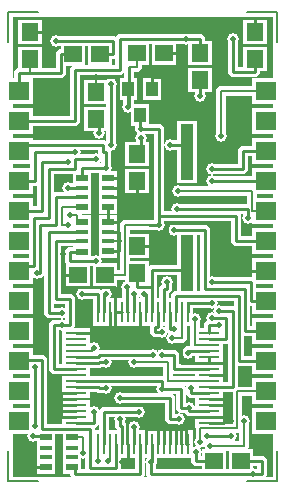
<source format=gbr>
G04 GERBER FORMAT: RX-274-X*
G04 BOARD: QUICKBLUE*
G04 ARTWORK OF COMP.LAYERPOSITIVE SUPERIMPOSED ON NEGATIVE*
%ASAXBY*%
%FSLAX33Y33*%
%MIA0B0*%
%MOMM*%
%OFA0.000B0.000*%
%SFA1B1*%
%IJA0B0*%
%INLAYER2NEGPOS*%
%IOA0B0*%
%IPPOS*%
%IR0*%
G04 APERTURE MACROS*
%AMEDWDONUT*
1,1,$1,$2,$3*
1,0,$4,$2,$3*
%
%AMEDWFRECT*
20,1,$1,$2,$3,$4,$5,$6*
%
%AMEDWORECT*
20,1,$1,$2,$3,$4,$5,$10*
20,1,$1,$4,$5,$6,$7,$10*
20,1,$1,$6,$7,$8,$9,$10*
20,1,$1,$8,$9,$2,$3,$10*
1,1,$1,$2,$3*
1,1,$1,$4,$5*
1,1,$1,$6,$7*
1,1,$1,$8,$9*
%
%AMEDWLINER*
20,1,$1,$2,$3,$4,$5,$6*
1,1,$1,$2,$3*
1,1,$1,$4,$5*
%
%AMEDWFTRNG*
4,1,3,$1,$2,$3,$4,$5,$6,$7,$8,$9*
%
%AMEDWATRNG*
4,1,3,$1,$2,$3,$4,$5,$6,$7,$8,$9*
20,1,$11,$1,$2,$3,$4,$10*
20,1,$11,$3,$4,$5,$6,$10*
20,1,$11,$5,$6,$7,$8,$10*
1,1,$11,$3,$4*
1,1,$11,$5,$6*
1,1,$11,$7,$8*
%
%AMEDWOTRNG*
20,1,$1,$2,$3,$4,$5,$8*
20,1,$1,$4,$5,$6,$7,$8*
20,1,$1,$6,$7,$2,$3,$8*
1,1,$1,$2,$3*
1,1,$1,$4,$5*
1,1,$1,$6,$7*
%
G04*
G04 APERTURE LIST*
%ADD10R,1.651X1.778*%
%ADD11R,2.261X2.388*%
%ADD12R,1.397X1.524*%
%ADD13R,2.007X2.134*%
%ADD14R,1.346X4.953*%
%ADD15R,1.956X5.563*%
%ADD16R,1.092X4.699*%
%ADD17R,1.702X5.309*%
%ADD18R,1.100X0.650*%
%ADD19R,1.710X1.260*%
%ADD20R,1.000X0.550*%
%ADD21R,1.610X1.160*%
%ADD22R,1.100X0.550*%
%ADD23R,1.710X1.160*%
%ADD24R,1.000X0.450*%
%ADD25R,1.610X1.060*%
%ADD26R,0.406X1.930*%
%ADD27R,1.016X2.540*%
%ADD28R,0.254X1.778*%
%ADD29R,0.864X2.388*%
%ADD30R,1.930X0.406*%
%ADD31R,2.540X1.016*%
%ADD32R,1.778X0.254*%
%ADD33R,2.388X0.864*%
%ADD34R,1.270X1.473*%
%ADD35R,1.880X2.083*%
%ADD36R,1.016X1.219*%
%ADD37R,1.626X1.829*%
%ADD38R,1.300X1.000*%
%ADD39R,1.910X1.610*%
%ADD40R,1.100X0.800*%
%ADD41R,1.710X1.410*%
%ADD42R,1.778X1.651*%
%ADD43R,2.388X2.261*%
%ADD44R,1.524X1.397*%
%ADD45R,2.134X2.007*%
%ADD46R,1.850X1.750*%
%ADD47R,2.460X2.360*%
%ADD48R,1.750X1.650*%
%ADD49R,2.360X2.260*%
%ADD50C,0.025*%
%ADD52C,0.051*%
%ADD53R,0.051X0.051*%
%ADD54C,0.076*%
%ADD55R,0.076X0.076*%
%ADD56C,0.102*%
%ADD57R,0.102X0.102*%
%ADD58C,0.127*%
%ADD59R,0.127X0.127*%
%ADD60C,0.140*%
%ADD62C,0.170*%
%ADD63R,0.170X0.170*%
%ADD64C,0.200*%
%ADD65R,0.200X0.200*%
%ADD66C,0.203*%
%ADD68C,0.203*%
%ADD70C,0.220*%
%ADD72C,0.250*%
%ADD73R,0.250X0.250*%
%ADD74C,0.254*%
%ADD75R,0.254X0.254*%
%ADD76C,0.305*%
%ADD78C,0.305*%
%ADD80C,0.330*%
%ADD82C,0.500*%
%ADD83R,0.500X0.500*%
%ADD84C,0.600*%
%ADD86C,0.610*%
%ADD88C,0.737*%
%ADD90C,0.750*%
%ADD92C,0.762*%
%ADD93R,0.762X0.762*%
%ADD94C,0.780*%
%ADD95R,0.780X0.780*%
%ADD96C,0.810*%
%ADD98C,0.813*%
%ADD100C,0.813*%
%ADD102C,0.830*%
%ADD104C,0.914*%
%ADD106C,0.940*%
%ADD108C,1.000*%
%ADD109R,1.000X1.000*%
%ADD110C,1.100*%
%ADD111R,1.100X1.100*%
%ADD112C,1.270*%
%ADD113R,1.270X1.270*%
%ADD115R,1.397X1.397*%
%ADD117R,1.400X1.400*%
%ADD118C,1.422*%
%ADD119R,1.422X1.422*%
%ADD120C,1.500*%
%ADD121R,1.500X1.500*%
%ADD122C,1.524*%
%ADD123R,1.524X1.524*%
%ADD124C,1.575*%
%ADD125R,1.575X1.575*%
%ADD127R,1.600X1.600*%
%ADD129R,1.650X1.650*%
%ADD131R,1.651X1.651*%
%ADD132C,1.750*%
%ADD133R,1.750X1.750*%
%ADD134C,1.754*%
%ADD135R,1.754X1.754*%
%ADD136C,1.778*%
%ADD137R,1.778X1.778*%
%ADD139R,1.854X1.854*%
%ADD141R,1.872X1.872*%
%ADD143R,1.905X1.905*%
%ADD145R,1.984X1.984*%
%ADD146C,2.000*%
%ADD147R,2.000X2.000*%
%ADD148C,2.004*%
%ADD149R,2.004X2.004*%
%ADD151R,2.007X2.007*%
%ADD153R,2.010X2.010*%
%ADD154C,2.032*%
%ADD155R,2.032X2.032*%
%ADD157R,2.110X2.110*%
%ADD158C,2.134*%
%ADD159R,2.134X2.134*%
%ADD160C,2.184*%
%ADD161R,2.184X2.184*%
%ADD163R,2.210X2.210*%
%ADD165R,2.260X2.260*%
%ADD167R,2.261X2.261*%
%ADD169R,2.286X2.286*%
%ADD171R,2.360X2.360*%
%ADD172C,2.388*%
%ADD173R,2.388X2.388*%
%ADD175R,2.464X2.464*%
%ADD177R,2.482X2.482*%
%ADD179R,2.515X2.515*%
%ADD181R,2.594X2.594*%
%ADD182C,2.610*%
%ADD183R,2.610X2.610*%
%ADD184C,2.642*%
%ADD185R,2.642X2.642*%
%ADD186C,2.794*%
%ADD187R,2.794X2.794*%
%ADD189R,2.835X2.835*%
%ADD191R,2.896X2.896*%
%ADD193R,3.048X3.048*%
%ADD195R,3.302X3.302*%
%ADD197R,3.445X3.445*%
%ADD199R,3.658X3.658*%
%ADD201R,3.912X3.912*%
%ADD202C,6.452*%
%ADD203R,6.452X6.452*%
%ADD204C,8.992*%
%ADD205R,8.992X8.992*%
%ADD206C,11.532*%
%ADD207R,11.532X11.532*%
%ADD208C,14.072*%
%ADD209R,14.072X14.072*%
%ADD210C,16.612*%
%ADD211R,16.612X16.612*%
%ADD212C,19.152*%
%ADD213R,19.152X19.152*%
%ADD214C,21.692*%
%ADD215R,21.692X21.692*%
%ADD216C,24.232*%
%ADD217R,24.232X24.232*%
%ADD218C,26.772*%
%ADD219R,26.772X26.772*%
%ADD220C,29.312*%
%ADD221R,29.312X29.312*%
%ADD222C,31.852*%
%ADD223R,31.852X31.852*%
%ADD224C,34.392*%
%ADD225R,34.392X34.392*%
%ADD226C,36.932*%
%ADD227R,36.932X36.932*%
%ADD228C,39.472*%
%ADD229R,39.472X39.472*%
%ADD230C,42.012*%
%ADD231R,42.012X42.012*%
%ADD232C,44.552*%
%ADD233R,44.552X44.552*%
%ADD234C,47.092*%
%ADD235R,47.092X47.092*%
%ADD236C,49.632*%
%ADD237R,49.632X49.632*%
G04*
%LNLLAYER2CPOURD*%
%LPD*%
G36*
X22145Y17792D02*
X22780Y18427D01*
X22780Y39382D01*
X22824Y39625D01*
X0Y39625D01*
X0Y0D01*
X22824Y0D01*
X22824Y16801D01*
X22145Y17792D01*
G37*
G36*
X22190Y17752D02*
X22824Y19971D01*
X22824Y15533D01*
X22190Y17752D01*
G37*
%LNLLAYER2CRELIEVEC*%
%LPC*%
D88* 
X0Y0D02*
X22824Y0D01*
X22824Y39625D01*
X0Y39625D01*
X0Y0D01*
D13* 
X20920Y35706D02*D03*
X1920Y35706D02*D03*
D17* 
X15233Y27821D02*D03*
X15207Y18423D02*D03*
D21* 
X6267Y19387D02*D03*
D25* 
X6270Y20242D02*D03*
X6270Y21042D02*D03*
D21* 
X6270Y21892D02*D03*
D29* 
X7623Y3069D02*D03*
X8131Y3069D02*D03*
X8639Y3069D02*D03*
X9147Y3069D02*D03*
X9655Y3069D02*D03*
X10671Y3069D02*D03*
X11179Y3069D02*D03*
X12195Y3069D02*D03*
D33* 
X17047Y5888D02*D03*
X17047Y7412D02*D03*
X17047Y7920D02*D03*
X17047Y8428D02*D03*
X17047Y9444D02*D03*
X17047Y10968D02*D03*
X17047Y11476D02*D03*
X17047Y11984D02*D03*
X17047Y12492D02*D03*
D29* 
X15243Y14295D02*D03*
X14735Y14295D02*D03*
X14227Y14295D02*D03*
X13719Y14295D02*D03*
X13211Y14295D02*D03*
X12703Y14295D02*D03*
X12195Y14295D02*D03*
X11687Y14295D02*D03*
X10671Y14295D02*D03*
X10163Y14295D02*D03*
X8131Y14295D02*D03*
X7623Y14295D02*D03*
D33* 
X5820Y11984D02*D03*
X5820Y11476D02*D03*
X5820Y10968D02*D03*
X5820Y10460D02*D03*
X5820Y9952D02*D03*
X5820Y9444D02*D03*
X5820Y8428D02*D03*
X5820Y7920D02*D03*
X5820Y4872D02*D03*
D37* 
X10220Y33142D02*D03*
X11236Y30907D02*D03*
D45* 
X8220Y17392D02*D03*
X10920Y36192D02*D03*
D13* 
X7470Y30642D02*D03*
D21* 
X6270Y25642D02*D03*
D25* 
X6270Y24792D02*D03*
X6270Y23992D02*D03*
D21* 
X6270Y23142D02*D03*
D45* 
X17470Y1642D02*D03*
X19756Y1642D02*D03*
D49* 
X951Y10144D02*D03*
X951Y7608D02*D03*
X951Y12680D02*D03*
X951Y5072D02*D03*
X951Y32968D02*D03*
X951Y30432D02*D03*
X951Y17752D02*D03*
X951Y20288D02*D03*
X951Y22824D02*D03*
X951Y15216D02*D03*
X21873Y7608D02*D03*
X21873Y10144D02*D03*
X21873Y12680D02*D03*
X21873Y15216D02*D03*
X21873Y32968D02*D03*
X21873Y30432D02*D03*
X21873Y22824D02*D03*
X21873Y25360D02*D03*
X21873Y27896D02*D03*
D21* 
X3220Y3642D02*D03*
X5423Y3647D02*D03*
D25* 
X3220Y2792D02*D03*
X5420Y2792D02*D03*
X3220Y1992D02*D03*
X5420Y1992D02*D03*
D21* 
X5420Y1142D02*D03*
D13* 
X10970Y17606D02*D03*
X10970Y27642D02*D03*
D49* 
X21873Y5072D02*D03*
X21873Y20288D02*D03*
X951Y25360D02*D03*
X951Y27896D02*D03*
D45* 
X5520Y36092D02*D03*
X7806Y36092D02*D03*
D13* 
X16320Y36192D02*D03*
X16320Y33906D02*D03*
D21* 
X8473Y25647D02*D03*
X8470Y19392D02*D03*
D25* 
X8470Y20242D02*D03*
X8470Y21042D02*D03*
D21* 
X8470Y21892D02*D03*
X8470Y23142D02*D03*
D25* 
X8470Y23992D02*D03*
D13* 
X10970Y25356D02*D03*
D49* 
X21873Y17752D02*D03*
D45* 
X13206Y36192D02*D03*
D37* 
X12252Y33142D02*D03*
D13* 
X7470Y32928D02*D03*
D45* 
X5934Y17392D02*D03*
D33* 
X17047Y6396D02*D03*
X5820Y8936D02*D03*
D29* 
X11179Y14295D02*D03*
X11687Y3069D02*D03*
D33* 
X17047Y8936D02*D03*
X17047Y5380D02*D03*
D29* 
X8639Y14295D02*D03*
X9147Y14295D02*D03*
X9655Y14295D02*D03*
D33* 
X5820Y12492D02*D03*
X5820Y7412D02*D03*
X5820Y6904D02*D03*
X5820Y6396D02*D03*
X5820Y5888D02*D03*
X5820Y5380D02*D03*
X17047Y4872D02*D03*
D29* 
X15243Y3069D02*D03*
X14735Y3069D02*D03*
X14227Y3069D02*D03*
X13719Y3069D02*D03*
X13211Y3069D02*D03*
X12703Y3069D02*D03*
D13* 
X20920Y37992D02*D03*
X1920Y37992D02*D03*
D25* 
X8470Y24792D02*D03*
D21* 
X3220Y1142D02*D03*
D13* 
X10970Y19892D02*D03*
D29* 
X10163Y3069D02*D03*
D33* 
X17047Y6904D02*D03*
X17047Y10460D02*D03*
X17047Y9952D02*D03*
D108*
X2120Y3792D02*D03*
X7720Y29392D02*D03*
X11320Y29792D02*D03*
X13720Y28392D02*D03*
X8320Y7792D02*D03*
X7520Y18592D02*D03*
X5280Y22472D02*D03*
X7320Y11192D02*D03*
X8320Y9992D02*D03*
X4640Y14152D02*D03*
X4640Y13192D02*D03*
X10240Y31592D02*D03*
X13120Y10632D02*D03*
X13120Y7752D02*D03*
X13120Y12552D02*D03*
X12120Y1592D02*D03*
X12800Y21672D02*D03*
X20800Y552D02*D03*
X15360Y6152D02*D03*
X11120Y5792D02*D03*
X16920Y3792D02*D03*
X18920Y3792D02*D03*
X17920Y13192D02*D03*
X17320Y13792D02*D03*
X17320Y26392D02*D03*
X15520Y7792D02*D03*
X15920Y2392D02*D03*
X10720Y4552D02*D03*
X2320Y4592D02*D03*
X2320Y9592D02*D03*
X12320Y10592D02*D03*
X14320Y22992D02*D03*
X20320Y22192D02*D03*
X11520Y15792D02*D03*
X11320Y28992D02*D03*
X14120Y12792D02*D03*
X17320Y16792D02*D03*
X17320Y14992D02*D03*
X18080Y29192D02*D03*
X15840Y13672D02*D03*
X15320Y10792D02*D03*
X14400Y24552D02*D03*
X10720Y9992D02*D03*
X17320Y25392D02*D03*
X17920Y14392D02*D03*
X14520Y5192D02*D03*
X9520Y6992D02*D03*
X7320Y5792D02*D03*
X20000Y5032D02*D03*
X17120Y2952D02*D03*
X7680Y1672D02*D03*
X5120Y21672D02*D03*
X9520Y5192D02*D03*
X16320Y32592D02*D03*
X5120Y24792D02*D03*
X5720Y27792D02*D03*
X6320Y15792D02*D03*
X7520Y27192D02*D03*
X10120Y16392D02*D03*
X8720Y33592D02*D03*
X8720Y28392D02*D03*
X10720Y15792D02*D03*
X5120Y26992D02*D03*
X13520Y16792D02*D03*
X16320Y3272D02*D03*
X13920Y12072D02*D03*
X14120Y21192D02*D03*
X19120Y37392D02*D03*
X15120Y37392D02*D03*
X6400Y2312D02*D03*
X8480Y1672D02*D03*
X2520Y17592D02*D03*
X4120Y37192D02*D03*
X8320Y15792D02*D03*
X8320Y26472D02*D03*
D70* 
X7520Y37992D02*
X1920Y37992D01*
X16920Y31992D02*
X17520Y31992D01*
X17520Y37992D01*
X21873Y17752D02*
X18080Y17752D01*
X18080Y21032D01*
X18080Y21792D01*
X13520Y21792D01*
X13520Y19892D01*
X10970Y19892D01*
X7520Y34152D02*
X7520Y34192D01*
X9320Y34192D01*
X9320Y25647D01*
X16920Y31992D02*
X14320Y31992D01*
X14320Y34192D01*
X8639Y12992D02*
X8639Y12492D01*
X5820Y12492D01*
X17047Y9952D02*
X14720Y9952D01*
X14720Y11392D01*
X11179Y11392D01*
X11179Y12992D01*
X7200Y6904D02*
X8720Y6904D01*
X8720Y6392D01*
X11687Y6392D01*
X11687Y5192D01*
X17047Y9952D02*
X18320Y9952D01*
X18320Y8936D01*
X17047Y8936D01*
X4520Y7392D02*
X4520Y7412D01*
X5820Y7412D01*
X9320Y25647D02*
X9320Y24792D01*
X14227Y4392D02*
X14720Y4392D01*
X9440Y20242D02*
X9440Y21042D01*
X9320Y21042D01*
X12720Y4392D02*
X11687Y4392D01*
X9120Y12992D02*
X11179Y12992D01*
X16920Y31992D02*
X16920Y29992D01*
X9320Y24192D02*
X10970Y24192D01*
X10970Y25356D01*
X14320Y34192D02*
X12252Y34192D01*
X12252Y33142D01*
X16920Y29992D02*
X16920Y27192D01*
X18120Y27192D01*
X7520Y37992D02*
X17520Y37992D01*
X17520Y39192D01*
X20920Y39192D01*
X20920Y37992D01*
X4720Y19192D02*
X4720Y17392D01*
X9120Y15752D02*
X9120Y16368D01*
X4720Y16368D01*
X4720Y17392D01*
X8470Y21892D02*
X8470Y23142D01*
X9440Y20242D02*
X9440Y19392D01*
X8470Y19392D01*
X14320Y34192D02*
X14320Y36192D01*
X13206Y36192D01*
X9320Y23992D02*
X9320Y24192D01*
X18320Y5992D02*
X18320Y6392D01*
X8639Y12992D02*
X9120Y12992D01*
X13211Y4392D02*
X12720Y4392D01*
X14227Y4392D02*
X13720Y4392D01*
X4520Y6396D02*
X4520Y5888D01*
X4520Y6396D02*
X4520Y6904D01*
X4520Y7392D01*
X13211Y4392D02*
X13720Y4392D01*
X9320Y24792D02*
X9320Y24192D01*
X18320Y5992D02*
X18320Y5380D01*
X9320Y23992D02*
X9320Y21892D01*
X9320Y21042D01*
X17047Y9952D02*
X17047Y10460D01*
X17047Y5380D02*
X15120Y5380D01*
X15120Y4392D01*
X15120Y3069D01*
X15243Y3069D01*
X4520Y5888D02*
X4520Y5380D01*
X5820Y5380D01*
X9147Y14295D02*
X9655Y14295D01*
X11179Y12992D02*
X11179Y14295D01*
X4720Y17392D02*
X5934Y17392D01*
X9320Y25647D02*
X8473Y25647D01*
X9320Y21042D02*
X8470Y21042D01*
X8470Y21892D02*
X9320Y21892D01*
X9320Y23992D02*
X8470Y23992D01*
X9320Y24792D02*
X8470Y24792D01*
X15120Y4392D02*
X14720Y4392D01*
X14720Y3069D01*
X14735Y3069D01*
X18320Y5380D02*
X18320Y4872D01*
X17047Y4872D01*
X18320Y6392D02*
X18320Y6904D01*
X17047Y6904D01*
X17047Y5380D02*
X18320Y5380D01*
X18320Y6392D02*
X17047Y6392D01*
X17047Y6396D01*
X4520Y5888D02*
X5820Y5888D01*
X4520Y6396D02*
X5820Y6396D01*
X5820Y6904D02*
X4520Y6904D01*
X8639Y12992D02*
X8639Y14295D01*
X11687Y4392D02*
X11687Y3069D01*
X13211Y4392D02*
X13211Y3069D01*
X14227Y4392D02*
X14227Y3069D01*
X13720Y4392D02*
X13720Y3069D01*
X13719Y3069D01*
X9120Y15752D02*
X9120Y12992D01*
X12720Y4392D02*
X12720Y3069D01*
X12703Y3069D01*
D102*
X12800Y21672D02*
X12800Y22392D01*
X11320Y29792D02*
X12800Y29792D01*
X12800Y22392D01*
X19320Y22392D01*
X19320Y20288D01*
X21873Y20288D01*
D60* 
X7520Y34152D02*
X7470Y34152D01*
D66* 
X7470Y34152D02*
X7470Y32928D01*
D60* 
X9147Y14295D02*
X9147Y15752D01*
X9120Y15752D01*
X9440Y20242D02*
X8470Y20242D01*
X5820Y6904D02*
X7200Y6904D01*
D64* 
X4520Y7392D02*
X4520Y8936D01*
X5820Y8936D01*
X18880Y5032D02*
X18880Y5992D01*
X18320Y5992D01*
D70* 
X2120Y2992D02*
X2120Y1142D01*
X3220Y1142D01*
X10163Y3069D02*
X10163Y1592D01*
X9720Y1592D01*
X10163Y3069D02*
X10152Y3069D01*
X10152Y5192D01*
X11687Y5192D01*
X11687Y4392D01*
D102*
X13120Y7752D02*
X13120Y8428D01*
X5820Y8428D01*
X2120Y3792D02*
X3220Y3792D01*
X3220Y3642D01*
X12000Y21672D02*
X12800Y21672D01*
X11320Y29792D02*
X11236Y29792D01*
X11236Y30907D01*
X7720Y29392D02*
X7720Y30642D01*
X7470Y30642D01*
X20800Y552D02*
X21520Y552D01*
X21520Y1642D01*
X19756Y1642D01*
X15360Y6152D02*
X14720Y6152D01*
X14720Y7752D01*
X13120Y7752D01*
X20800Y552D02*
X12120Y552D01*
X12120Y1592D01*
X8320Y9992D02*
X7720Y9992D01*
X7720Y9952D01*
X5820Y9952D01*
X4640Y14152D02*
X3520Y14152D01*
X3520Y21042D01*
X6270Y21042D01*
X4640Y13192D02*
X5320Y13192D01*
X5320Y15392D01*
X4120Y15392D01*
X4120Y20242D01*
X6270Y20242D01*
X4640Y13192D02*
X3920Y13192D01*
X3920Y9444D01*
X5820Y9444D01*
X10240Y31592D02*
X10240Y32192D01*
X10220Y32192D01*
X10220Y33142D01*
X10240Y31592D02*
X10320Y31592D01*
X10320Y34992D01*
D98* 
X10320Y34992D02*
X10920Y34992D01*
X10920Y36192D01*
X12000Y21672D02*
X9981Y21672D01*
X9981Y17392D01*
X8220Y17392D01*
D102*
X15360Y6152D02*
X15360Y5888D01*
X17047Y5888D01*
X12120Y1592D02*
X12195Y1592D01*
X12195Y3069D01*
X13120Y12552D02*
X12520Y12552D01*
X12520Y12992D01*
X12703Y12992D01*
X12703Y14295D01*
X13120Y10632D02*
X14120Y10632D01*
X14120Y9444D01*
X17047Y9444D01*
X11520Y15792D02*
X11687Y15792D01*
X11687Y14295D01*
X11320Y28992D02*
X11320Y27642D01*
X10970Y27642D01*
X13720Y28392D02*
X15220Y28392D01*
X12195Y16392D02*
X12195Y14295D01*
X12195Y16392D02*
X10970Y16392D01*
X10970Y17606D01*
X12195Y16392D02*
X12195Y17851D01*
X15220Y17851D01*
X8320Y7792D02*
X7720Y7792D01*
X7720Y7920D01*
X5820Y7920D01*
X7520Y18592D02*
X5320Y18592D01*
X5320Y19387D01*
X6267Y19387D01*
D96* 
X5280Y22472D02*
X5920Y22472D01*
X5920Y21892D01*
X6270Y21892D01*
X7320Y11192D02*
X7120Y11192D01*
X7120Y10992D01*
X5820Y10992D01*
X5820Y10968D01*
D102*
X17320Y13792D02*
X18520Y13792D01*
X18520Y11984D01*
X17047Y11984D01*
X17320Y26392D02*
X19920Y26392D01*
X19920Y27896D01*
X21873Y27896D01*
X15520Y7792D02*
X15520Y7412D01*
X17047Y7412D01*
X10720Y4552D02*
X10671Y4552D01*
X10671Y3069D01*
X15920Y2392D02*
X15920Y1642D01*
X17470Y1642D01*
X2320Y4592D02*
X2320Y9592D01*
X12320Y10592D02*
X7720Y10592D01*
X7720Y10460D01*
X5820Y10460D01*
X14320Y22992D02*
X20320Y22992D01*
X20320Y22192D01*
X17920Y14392D02*
X19120Y14392D01*
X19120Y7920D01*
X17047Y7920D01*
X14520Y5192D02*
X13720Y5192D01*
X13720Y6992D01*
X9520Y6992D01*
X7320Y5792D02*
X7320Y4872D01*
X5820Y4872D01*
D98* 
X20000Y5032D02*
X20000Y2952D01*
X17120Y2952D01*
X7680Y1672D02*
X7680Y3069D01*
D90* 
X7680Y3069D02*
X7623Y3069D01*
D102*
X11120Y5792D02*
X8131Y5792D01*
X8131Y3069D01*
X16920Y3792D02*
X18920Y3792D01*
X17920Y13192D02*
X17047Y13192D01*
X17047Y12492D01*
X21873Y10144D02*
X19620Y10144D01*
X19620Y15592D01*
X14227Y15592D01*
X14227Y14295D01*
X14120Y21192D02*
X16720Y21192D01*
X16720Y16192D01*
X20120Y16192D01*
X20120Y12680D01*
X21873Y12680D01*
X14120Y12792D02*
X13719Y12792D01*
X13719Y14295D01*
X17320Y16792D02*
X20610Y16792D01*
X20610Y15216D01*
X21873Y15216D01*
X17320Y14992D02*
X15243Y14992D01*
X15243Y14295D01*
D98* 
X18080Y29192D02*
X18080Y32968D01*
X21873Y32968D01*
X15840Y13672D02*
X15840Y11476D01*
X17047Y11476D01*
D102*
X15320Y10792D02*
X15320Y10968D01*
X17047Y10968D01*
D98* 
X14400Y24552D02*
X20720Y24552D01*
X20720Y22824D01*
X21873Y22824D01*
X10720Y9992D02*
X13600Y9992D01*
X13600Y8428D01*
X17047Y8428D01*
D102*
X17320Y25392D02*
X17920Y25392D01*
X17920Y25360D01*
X21873Y25360D01*
X5720Y27792D02*
X2320Y27792D01*
X2320Y25360D01*
X951Y25360D01*
X7520Y27192D02*
X5720Y27192D01*
X5720Y26392D01*
X3520Y26392D01*
X3520Y22192D01*
X2230Y22192D01*
X2230Y18192D01*
X951Y18192D01*
X951Y17752D01*
X10120Y16392D02*
X10120Y15792D01*
X10152Y15792D01*
X10152Y14295D01*
X10163Y14295D01*
X8720Y33592D02*
X8720Y28392D01*
X10720Y15792D02*
X10671Y15792D01*
X10671Y14295D01*
X5120Y26992D02*
X2920Y26992D01*
X2920Y22824D01*
X951Y22824D01*
X13520Y16792D02*
X13520Y16192D01*
X13211Y16192D01*
X13211Y14295D01*
D90* 
X16320Y3272D02*
X16320Y4454D01*
X19440Y4454D01*
X19440Y7608D01*
X21873Y7608D01*
D98* 
X13920Y12072D02*
X14735Y12072D01*
X14735Y14295D01*
D102*
X1920Y34472D02*
X951Y34472D01*
X951Y32968D01*
X1920Y34472D02*
X4520Y34472D01*
X4520Y36092D01*
X5520Y36092D01*
X8320Y15792D02*
X8131Y15792D01*
X8131Y14295D01*
X8320Y26472D02*
X6270Y26472D01*
X6270Y25642D01*
X8320Y26472D02*
X8320Y27792D01*
X8120Y27792D01*
X8120Y28392D01*
X951Y28392D01*
X951Y27896D01*
D96* 
X5120Y21672D02*
X4640Y21672D01*
X4640Y23142D01*
X6270Y23142D01*
D102*
X951Y10144D02*
X951Y10192D01*
X2920Y10192D01*
X2920Y4392D01*
X6993Y4392D01*
X6993Y1062D01*
X9147Y1062D01*
X9147Y3069D01*
X9520Y5192D02*
X9520Y4592D01*
X9655Y4592D01*
X9655Y3069D01*
X16320Y32592D02*
X16320Y33906D01*
X6320Y15792D02*
X7623Y15792D01*
X7623Y14295D01*
X5120Y24792D02*
X6270Y24792D01*
X19120Y37392D02*
X19120Y34592D01*
X20920Y34592D01*
X20920Y35706D01*
X15120Y37392D02*
X16320Y37392D01*
X16320Y36192D01*
X15120Y37392D02*
X9520Y37392D01*
X9520Y34792D01*
X5720Y34792D01*
X5720Y30432D01*
X951Y30432D01*
D98* 
X6400Y2312D02*
X6400Y3647D01*
X5423Y3647D01*
D96* 
X8480Y1672D02*
X8639Y1672D01*
X8639Y3069D01*
D102*
X11179Y3069D02*
X11179Y592D01*
X5720Y592D01*
X5720Y1142D01*
X5420Y1142D01*
X2520Y17592D02*
X2720Y17592D01*
X2720Y21592D01*
X4120Y21592D01*
X4120Y23992D01*
X6270Y23992D01*
X4120Y37192D02*
X8920Y37192D01*
X8920Y36092D01*
X7806Y36092D01*
D98* 
X1920Y34472D02*
X1920Y35706D01*
%LNLLAYER2CFILLD*%
%LPD*%
D58* 
X0Y0D02*
X2540Y0D01*
X22824Y0D02*
X20284Y0D01*
X22824Y0D02*
X22824Y2540D01*
X22824Y39625D02*
X22824Y37085D01*
X22824Y39625D02*
X20284Y39625D01*
X0Y39625D02*
X2540Y39625D01*
X0Y39625D02*
X0Y37085D01*
X0Y0D02*
X0Y2540D01*
D12* 
X20920Y35706D02*D03*
X1920Y35706D02*D03*
D16* 
X15233Y27821D02*D03*
X15207Y18423D02*D03*
D20* 
X6267Y19387D02*D03*
D24* 
X6270Y20242D02*D03*
X6270Y21042D02*D03*
D20* 
X6270Y21892D02*D03*
D28* 
X7623Y3069D02*D03*
X8131Y3069D02*D03*
X8639Y3069D02*D03*
X9147Y3069D02*D03*
X9655Y3069D02*D03*
X10671Y3069D02*D03*
X11179Y3069D02*D03*
X12195Y3069D02*D03*
D32* 
X17047Y5888D02*D03*
X17047Y7412D02*D03*
X17047Y7920D02*D03*
X17047Y8428D02*D03*
X17047Y9444D02*D03*
X17047Y10968D02*D03*
X17047Y11476D02*D03*
X17047Y11984D02*D03*
X17047Y12492D02*D03*
D28* 
X15243Y14295D02*D03*
X14735Y14295D02*D03*
X14227Y14295D02*D03*
X13719Y14295D02*D03*
X13211Y14295D02*D03*
X12703Y14295D02*D03*
X12195Y14295D02*D03*
X11687Y14295D02*D03*
X10671Y14295D02*D03*
X10163Y14295D02*D03*
X8131Y14295D02*D03*
X7623Y14295D02*D03*
D32* 
X5820Y11984D02*D03*
X5820Y11476D02*D03*
X5820Y10968D02*D03*
X5820Y10460D02*D03*
X5820Y9952D02*D03*
X5820Y9444D02*D03*
X5820Y8428D02*D03*
X5820Y7920D02*D03*
X5820Y4872D02*D03*
D36* 
X10220Y33142D02*D03*
X11236Y30907D02*D03*
D44* 
X8220Y17392D02*D03*
X10920Y36192D02*D03*
D12* 
X7470Y30642D02*D03*
D20* 
X6270Y25642D02*D03*
D24* 
X6270Y24792D02*D03*
X6270Y23992D02*D03*
D20* 
X6270Y23142D02*D03*
D44* 
X17470Y1642D02*D03*
X19756Y1642D02*D03*
D48* 
X951Y10144D02*D03*
X951Y7608D02*D03*
X951Y12680D02*D03*
X951Y5072D02*D03*
X951Y32968D02*D03*
X951Y30432D02*D03*
X951Y17752D02*D03*
X951Y20288D02*D03*
X951Y22824D02*D03*
X951Y15216D02*D03*
X21873Y7608D02*D03*
X21873Y10144D02*D03*
X21873Y12680D02*D03*
X21873Y15216D02*D03*
X21873Y32968D02*D03*
X21873Y30432D02*D03*
X21873Y22824D02*D03*
X21873Y25360D02*D03*
X21873Y27896D02*D03*
D20* 
X3220Y3642D02*D03*
X5423Y3647D02*D03*
D24* 
X3220Y2792D02*D03*
X5420Y2792D02*D03*
X3220Y1992D02*D03*
X5420Y1992D02*D03*
D20* 
X5420Y1142D02*D03*
D12* 
X10970Y17606D02*D03*
X10970Y27642D02*D03*
D48* 
X21873Y5072D02*D03*
X21873Y20288D02*D03*
X951Y25360D02*D03*
X951Y27896D02*D03*
D44* 
X5520Y36092D02*D03*
X7806Y36092D02*D03*
D12* 
X16320Y36192D02*D03*
X16320Y33906D02*D03*
D20* 
X8473Y25647D02*D03*
X8470Y19392D02*D03*
D24* 
X8470Y20242D02*D03*
X8470Y21042D02*D03*
D20* 
X8470Y21892D02*D03*
X8470Y23142D02*D03*
D24* 
X8470Y23992D02*D03*
D12* 
X10970Y25356D02*D03*
D48* 
X21873Y17752D02*D03*
D44* 
X13206Y36192D02*D03*
D36* 
X12252Y33142D02*D03*
D12* 
X7470Y32928D02*D03*
D44* 
X5934Y17392D02*D03*
D32* 
X17047Y6396D02*D03*
X5820Y8936D02*D03*
D28* 
X11179Y14295D02*D03*
X11687Y3069D02*D03*
D32* 
X17047Y8936D02*D03*
X17047Y5380D02*D03*
D28* 
X8639Y14295D02*D03*
X9147Y14295D02*D03*
X9655Y14295D02*D03*
D32* 
X5820Y12492D02*D03*
X5820Y7412D02*D03*
X5820Y6904D02*D03*
X5820Y6396D02*D03*
X5820Y5888D02*D03*
X5820Y5380D02*D03*
X17047Y4872D02*D03*
D28* 
X15243Y3069D02*D03*
X14735Y3069D02*D03*
X14227Y3069D02*D03*
X13719Y3069D02*D03*
X13211Y3069D02*D03*
X12703Y3069D02*D03*
D12* 
X20920Y37992D02*D03*
X1920Y37992D02*D03*
D24* 
X8470Y24792D02*D03*
D20* 
X3220Y1142D02*D03*
D12* 
X10970Y19892D02*D03*
D28* 
X10163Y3069D02*D03*
D32* 
X17047Y6904D02*D03*
X17047Y10460D02*D03*
X17047Y9952D02*D03*
D82* 
X2120Y3792D02*D03*
X7720Y29392D02*D03*
X11320Y29792D02*D03*
X18880Y5032D02*D03*
X2120Y2992D02*D03*
X9720Y1592D02*D03*
X18120Y27192D02*D03*
X16920Y29992D02*D03*
X4720Y19192D02*D03*
X9440Y20242D02*D03*
X7520Y37992D02*D03*
X18080Y21032D02*D03*
X7520Y34152D02*D03*
X9120Y15752D02*D03*
X7200Y6904D02*D03*
X13720Y28392D02*D03*
X8320Y7792D02*D03*
X7520Y18592D02*D03*
X5280Y22472D02*D03*
X7320Y11192D02*D03*
X8320Y9992D02*D03*
X4640Y14152D02*D03*
X4640Y13192D02*D03*
X10240Y31592D02*D03*
X13120Y10632D02*D03*
X13120Y7752D02*D03*
X13120Y12552D02*D03*
X12120Y1592D02*D03*
X12800Y21672D02*D03*
X20800Y552D02*D03*
X15360Y6152D02*D03*
X11120Y5792D02*D03*
X16920Y3792D02*D03*
X18920Y3792D02*D03*
X17920Y13192D02*D03*
X17320Y13792D02*D03*
X17320Y26392D02*D03*
X15520Y7792D02*D03*
X15920Y2392D02*D03*
X10720Y4552D02*D03*
X2320Y4592D02*D03*
X2320Y9592D02*D03*
X12320Y10592D02*D03*
X14320Y22992D02*D03*
X20320Y22192D02*D03*
X11520Y15792D02*D03*
X11320Y28992D02*D03*
X14120Y12792D02*D03*
X17320Y16792D02*D03*
X17320Y14992D02*D03*
X18080Y29192D02*D03*
X15840Y13672D02*D03*
X15320Y10792D02*D03*
X14400Y24552D02*D03*
X10720Y9992D02*D03*
X17320Y25392D02*D03*
X17920Y14392D02*D03*
X14520Y5192D02*D03*
X9520Y6992D02*D03*
X7320Y5792D02*D03*
X20000Y5032D02*D03*
X17120Y2952D02*D03*
X7680Y1672D02*D03*
X5120Y21672D02*D03*
X9520Y5192D02*D03*
X16320Y32592D02*D03*
X5120Y24792D02*D03*
X5720Y27792D02*D03*
X6320Y15792D02*D03*
X7520Y27192D02*D03*
X10120Y16392D02*D03*
X8720Y33592D02*D03*
X8720Y28392D02*D03*
X10720Y15792D02*D03*
X5120Y26992D02*D03*
X13520Y16792D02*D03*
X16320Y3272D02*D03*
X13920Y12072D02*D03*
X14120Y21192D02*D03*
X19120Y37392D02*D03*
X15120Y37392D02*D03*
X6400Y2312D02*D03*
X8480Y1672D02*D03*
X2520Y17592D02*D03*
X4120Y37192D02*D03*
X8320Y15792D02*D03*
X8320Y26472D02*D03*
D70* 
X7520Y37992D02*
X1920Y37992D01*
X16920Y31992D02*
X17520Y31992D01*
X17520Y37992D01*
X21873Y17752D02*
X18080Y17752D01*
X18080Y21032D01*
X18080Y21792D01*
X13520Y21792D01*
X13520Y19892D01*
X10970Y19892D01*
X7520Y34152D02*
X7520Y34192D01*
X9320Y34192D01*
X9320Y25647D01*
X16920Y31992D02*
X14320Y31992D01*
X14320Y34192D01*
X8639Y12992D02*
X8639Y12492D01*
X5820Y12492D01*
X17047Y9952D02*
X14720Y9952D01*
X14720Y11392D01*
X11179Y11392D01*
X11179Y12992D01*
X7200Y6904D02*
X8720Y6904D01*
X8720Y6392D01*
X11687Y6392D01*
X11687Y5192D01*
X17047Y9952D02*
X18320Y9952D01*
X18320Y8936D01*
X17047Y8936D01*
X4520Y7392D02*
X4520Y7412D01*
X5820Y7412D01*
X9320Y25647D02*
X9320Y24792D01*
X14227Y4392D02*
X14720Y4392D01*
X9440Y20242D02*
X9440Y21042D01*
X9320Y21042D01*
X12720Y4392D02*
X11687Y4392D01*
X9120Y12992D02*
X11179Y12992D01*
X16920Y31992D02*
X16920Y29992D01*
X9320Y24192D02*
X10970Y24192D01*
X10970Y25356D01*
X14320Y34192D02*
X12252Y34192D01*
X12252Y33142D01*
X16920Y29992D02*
X16920Y27192D01*
X18120Y27192D01*
X7520Y37992D02*
X17520Y37992D01*
X17520Y39192D01*
X20920Y39192D01*
X20920Y37992D01*
X4720Y19192D02*
X4720Y17392D01*
X9120Y15752D02*
X9120Y16368D01*
X4720Y16368D01*
X4720Y17392D01*
X8470Y21892D02*
X8470Y23142D01*
X9440Y20242D02*
X9440Y19392D01*
X8470Y19392D01*
X14320Y34192D02*
X14320Y36192D01*
X13206Y36192D01*
X9320Y23992D02*
X9320Y24192D01*
X18320Y5992D02*
X18320Y6392D01*
X8639Y12992D02*
X9120Y12992D01*
X13211Y4392D02*
X12720Y4392D01*
X14227Y4392D02*
X13720Y4392D01*
X4520Y6396D02*
X4520Y5888D01*
X4520Y6396D02*
X4520Y6904D01*
X4520Y7392D01*
X13211Y4392D02*
X13720Y4392D01*
X9320Y24792D02*
X9320Y24192D01*
X18320Y5992D02*
X18320Y5380D01*
X9320Y23992D02*
X9320Y21892D01*
X9320Y21042D01*
X17047Y9952D02*
X17047Y10460D01*
X17047Y5380D02*
X15120Y5380D01*
X15120Y4392D01*
X15120Y3069D01*
X15243Y3069D01*
X4520Y5888D02*
X4520Y5380D01*
X5820Y5380D01*
X9147Y14295D02*
X9655Y14295D01*
X11179Y12992D02*
X11179Y14295D01*
X4720Y17392D02*
X5934Y17392D01*
X9320Y25647D02*
X8473Y25647D01*
X9320Y21042D02*
X8470Y21042D01*
X8470Y21892D02*
X9320Y21892D01*
X9320Y23992D02*
X8470Y23992D01*
X9320Y24792D02*
X8470Y24792D01*
X15120Y4392D02*
X14720Y4392D01*
X14720Y3069D01*
X14735Y3069D01*
X18320Y5380D02*
X18320Y4872D01*
X17047Y4872D01*
X18320Y6392D02*
X18320Y6904D01*
X17047Y6904D01*
X17047Y5380D02*
X18320Y5380D01*
X18320Y6392D02*
X17047Y6392D01*
X17047Y6396D01*
X4520Y5888D02*
X5820Y5888D01*
X4520Y6396D02*
X5820Y6396D01*
X5820Y6904D02*
X4520Y6904D01*
X8639Y12992D02*
X8639Y14295D01*
X11687Y4392D02*
X11687Y3069D01*
X13211Y4392D02*
X13211Y3069D01*
X14227Y4392D02*
X14227Y3069D01*
X13720Y4392D02*
X13720Y3069D01*
X13719Y3069D01*
X9120Y15752D02*
X9120Y12992D01*
X12720Y4392D02*
X12720Y3069D01*
X12703Y3069D01*
X12800Y21672D02*
X12800Y22392D01*
X11320Y29792D02*
X12800Y29792D01*
X12800Y22392D01*
X19320Y22392D01*
X19320Y20288D01*
X21873Y20288D01*
D60* 
X7520Y34152D02*
X7470Y34152D01*
D66* 
X7470Y34152D02*
X7470Y32928D01*
D60* 
X9147Y14295D02*
X9147Y15752D01*
X9120Y15752D01*
X9440Y20242D02*
X8470Y20242D01*
X5820Y6904D02*
X7200Y6904D01*
D64* 
X4520Y7392D02*
X4520Y8936D01*
X5820Y8936D01*
X18880Y5032D02*
X18880Y5992D01*
X18320Y5992D01*
D70* 
X2120Y2992D02*
X2120Y1142D01*
X3220Y1142D01*
X10163Y3069D02*
X10163Y1592D01*
X9720Y1592D01*
X10163Y3069D02*
X10152Y3069D01*
X10152Y5192D01*
X11687Y5192D01*
X11687Y4392D01*
X13120Y7752D02*
X13120Y8428D01*
X5820Y8428D01*
X2120Y3792D02*
X3220Y3792D01*
X3220Y3642D01*
X12000Y21672D02*
X12800Y21672D01*
X11320Y29792D02*
X11236Y29792D01*
X11236Y30907D01*
X7720Y29392D02*
X7720Y30642D01*
X7470Y30642D01*
X20800Y552D02*
X21520Y552D01*
X21520Y1642D01*
X19756Y1642D01*
X15360Y6152D02*
X14720Y6152D01*
X14720Y7752D01*
X13120Y7752D01*
X20800Y552D02*
X12120Y552D01*
X12120Y1592D01*
X8320Y9992D02*
X7720Y9992D01*
X7720Y9952D01*
X5820Y9952D01*
X4640Y14152D02*
X3520Y14152D01*
X3520Y21042D01*
X6270Y21042D01*
X4640Y13192D02*
X5320Y13192D01*
X5320Y15392D01*
X4120Y15392D01*
X4120Y20242D01*
X6270Y20242D01*
X4640Y13192D02*
X3920Y13192D01*
X3920Y9444D01*
X5820Y9444D01*
X10240Y31592D02*
X10240Y32192D01*
X10220Y32192D01*
X10220Y33142D01*
X10240Y31592D02*
X10320Y31592D01*
X10320Y34992D01*
D66* 
X10320Y34992D02*
X10920Y34992D01*
X10920Y36192D01*
X12000Y21672D02*
X9981Y21672D01*
X9981Y17392D01*
X8220Y17392D01*
D70* 
X15360Y6152D02*
X15360Y5888D01*
X17047Y5888D01*
X12120Y1592D02*
X12195Y1592D01*
X12195Y3069D01*
X13120Y12552D02*
X12520Y12552D01*
X12520Y12992D01*
X12703Y12992D01*
X12703Y14295D01*
X13120Y10632D02*
X14120Y10632D01*
X14120Y9444D01*
X17047Y9444D01*
X11520Y15792D02*
X11687Y15792D01*
X11687Y14295D01*
X11320Y28992D02*
X11320Y27642D01*
X10970Y27642D01*
X13720Y28392D02*
X15220Y28392D01*
X12195Y16392D02*
X12195Y14295D01*
X12195Y16392D02*
X10970Y16392D01*
X10970Y17606D01*
X12195Y16392D02*
X12195Y17851D01*
X15220Y17851D01*
X8320Y7792D02*
X7720Y7792D01*
X7720Y7920D01*
X5820Y7920D01*
X7520Y18592D02*
X5320Y18592D01*
X5320Y19387D01*
X6267Y19387D01*
D64* 
X5280Y22472D02*
X5920Y22472D01*
X5920Y21892D01*
X6270Y21892D01*
X7320Y11192D02*
X7120Y11192D01*
X7120Y10992D01*
X5820Y10992D01*
X5820Y10968D01*
D70* 
X17320Y13792D02*
X18520Y13792D01*
X18520Y11984D01*
X17047Y11984D01*
X17320Y26392D02*
X19920Y26392D01*
X19920Y27896D01*
X21873Y27896D01*
X15520Y7792D02*
X15520Y7412D01*
X17047Y7412D01*
X10720Y4552D02*
X10671Y4552D01*
X10671Y3069D01*
X15920Y2392D02*
X15920Y1642D01*
X17470Y1642D01*
X2320Y4592D02*
X2320Y9592D01*
X12320Y10592D02*
X7720Y10592D01*
X7720Y10460D01*
X5820Y10460D01*
X14320Y22992D02*
X20320Y22992D01*
X20320Y22192D01*
X17920Y14392D02*
X19120Y14392D01*
X19120Y7920D01*
X17047Y7920D01*
X14520Y5192D02*
X13720Y5192D01*
X13720Y6992D01*
X9520Y6992D01*
X7320Y5792D02*
X7320Y4872D01*
X5820Y4872D01*
D66* 
X20000Y5032D02*
X20000Y2952D01*
X17120Y2952D01*
X7680Y1672D02*
X7680Y3069D01*
D60* 
X7680Y3069D02*
X7623Y3069D01*
D70* 
X11120Y5792D02*
X8131Y5792D01*
X8131Y3069D01*
X16920Y3792D02*
X18920Y3792D01*
X17920Y13192D02*
X17047Y13192D01*
X17047Y12492D01*
X21873Y10144D02*
X19620Y10144D01*
X19620Y15592D01*
X14227Y15592D01*
X14227Y14295D01*
X14120Y21192D02*
X16720Y21192D01*
X16720Y16192D01*
X20120Y16192D01*
X20120Y12680D01*
X21873Y12680D01*
X14120Y12792D02*
X13719Y12792D01*
X13719Y14295D01*
X17320Y16792D02*
X20610Y16792D01*
X20610Y15216D01*
X21873Y15216D01*
X17320Y14992D02*
X15243Y14992D01*
X15243Y14295D01*
D66* 
X18080Y29192D02*
X18080Y32968D01*
X21873Y32968D01*
X15840Y13672D02*
X15840Y11476D01*
X17047Y11476D01*
D70* 
X15320Y10792D02*
X15320Y10968D01*
X17047Y10968D01*
D66* 
X14400Y24552D02*
X20720Y24552D01*
X20720Y22824D01*
X21873Y22824D01*
X10720Y9992D02*
X13600Y9992D01*
X13600Y8428D01*
X17047Y8428D01*
D70* 
X17320Y25392D02*
X17920Y25392D01*
X17920Y25360D01*
X21873Y25360D01*
X5720Y27792D02*
X2320Y27792D01*
X2320Y25360D01*
X951Y25360D01*
X7520Y27192D02*
X5720Y27192D01*
X5720Y26392D01*
X3520Y26392D01*
X3520Y22192D01*
X2230Y22192D01*
X2230Y18192D01*
X951Y18192D01*
X951Y17752D01*
X10120Y16392D02*
X10120Y15792D01*
X10152Y15792D01*
X10152Y14295D01*
X10163Y14295D01*
X8720Y33592D02*
X8720Y28392D01*
X10720Y15792D02*
X10671Y15792D01*
X10671Y14295D01*
X5120Y26992D02*
X2920Y26992D01*
X2920Y22824D01*
X951Y22824D01*
X13520Y16792D02*
X13520Y16192D01*
X13211Y16192D01*
X13211Y14295D01*
D60* 
X16320Y3272D02*
X16320Y4454D01*
X19440Y4454D01*
X19440Y7608D01*
X21873Y7608D01*
D66* 
X13920Y12072D02*
X14735Y12072D01*
X14735Y14295D01*
D70* 
X1920Y34472D02*
X951Y34472D01*
X951Y32968D01*
X1920Y34472D02*
X4520Y34472D01*
X4520Y36092D01*
X5520Y36092D01*
X8320Y15792D02*
X8131Y15792D01*
X8131Y14295D01*
X8320Y26472D02*
X6270Y26472D01*
X6270Y25642D01*
X8320Y26472D02*
X8320Y27792D01*
X8120Y27792D01*
X8120Y28392D01*
X951Y28392D01*
X951Y27896D01*
D64* 
X5120Y21672D02*
X4640Y21672D01*
X4640Y23142D01*
X6270Y23142D01*
D70* 
X951Y10144D02*
X951Y10192D01*
X2920Y10192D01*
X2920Y4392D01*
X6993Y4392D01*
X6993Y1062D01*
X9147Y1062D01*
X9147Y3069D01*
X9520Y5192D02*
X9520Y4592D01*
X9655Y4592D01*
X9655Y3069D01*
X16320Y32592D02*
X16320Y33906D01*
X6320Y15792D02*
X7623Y15792D01*
X7623Y14295D01*
X5120Y24792D02*
X6270Y24792D01*
X19120Y37392D02*
X19120Y34592D01*
X20920Y34592D01*
X20920Y35706D01*
X15120Y37392D02*
X16320Y37392D01*
X16320Y36192D01*
X15120Y37392D02*
X9520Y37392D01*
X9520Y34792D01*
X5720Y34792D01*
X5720Y30432D01*
X951Y30432D01*
D66* 
X6400Y2312D02*
X6400Y3647D01*
X5423Y3647D01*
D64* 
X8480Y1672D02*
X8639Y1672D01*
X8639Y3069D01*
D70* 
X11179Y3069D02*
X11179Y592D01*
X5720Y592D01*
X5720Y1142D01*
X5420Y1142D01*
X2520Y17592D02*
X2720Y17592D01*
X2720Y21592D01*
X4120Y21592D01*
X4120Y23992D01*
X6270Y23992D01*
X4120Y37192D02*
X8920Y37192D01*
X8920Y36092D01*
X7806Y36092D01*
D66* 
X1920Y34472D02*
X1920Y35706D01*
M02*

</source>
